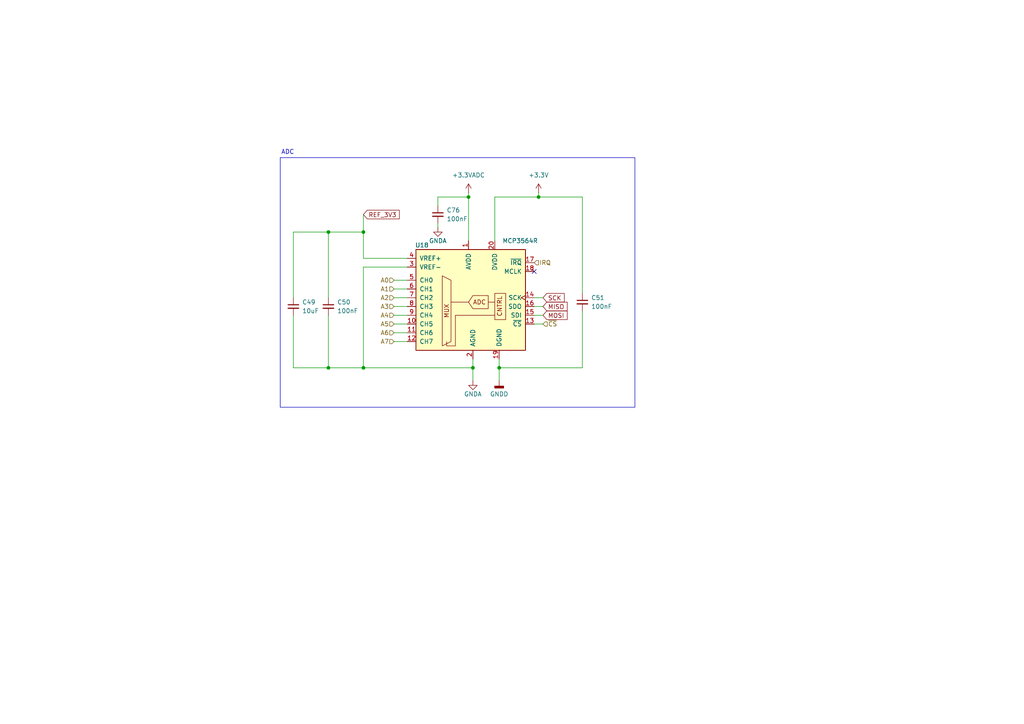
<source format=kicad_sch>
(kicad_sch (version 20231120) (generator "eeschema") (generator_version "8.0")
  (paper "A4")
  (title_block (title "FrothFET 8CH") (date "2024-08-21") (rev "D") (company "https://github.com/hoeken/frothfet"))
  (lib_symbols
    (symbol "Device:C_Small" (pin_numbers hide) (pin_names (offset 0.254) hide)
      (property "Reference" "C" (at 0.254 1.778 0))
      (property "Value" "C_Small" (at 0.254 -2.032 0))
      (symbol "C_Small_0_1"
        (polyline (pts (xy -1.524 -0.508) (xy 1.524 -0.508)) (stroke (width 0.3302)))
        (polyline (pts (xy -1.524 0.508) (xy 1.524 0.508)) (stroke (width 0.3048)))
      )
      (symbol "C_Small_1_1"
        (pin passive line (at 0 2.54 270) (length 2.032) (name "~") (number "1"))
        (pin passive line (at 0 -2.54 90) (length 2.032) (name "~") (number "2"))
      )
    )
    (symbol "power:+3.3V" (power) (pin_numbers hide) (pin_names (offset 0) hide)
      (property "Value" "+3.3V" (at 0 3.556 0))
      (symbol "+3.3V_0_1"
        (polyline (pts (xy -0.762 1.27) (xy 0 2.54)))
        (polyline (pts (xy 0 0) (xy 0 2.54)))
        (polyline (pts (xy 0 2.54) (xy 0.762 1.27)))
      )
      (symbol "+3.3V_1_1"
        (pin power_in line (at 0 0 90) (length 0) (name "~") (number "1"))
      )
    )
    (symbol "power:+3.3VADC" (power) (pin_numbers hide) (pin_names (offset 0) hide)
      (property "Value" "+3.3VADC" (at 0 3.556 0))
      (symbol "+3.3VADC_0_0"
        (pin power_in line (at 0 0 90) (length 0) (name "~") (number "1"))
      )
      (symbol "+3.3VADC_0_1"
        (polyline (pts (xy -0.762 1.27) (xy 0 2.54)))
        (polyline (pts (xy 0 0) (xy 0 2.54)))
        (polyline (pts (xy 0 2.54) (xy 0.762 1.27)))
      )
    )
    (symbol "power:GNDA" (power) (pin_numbers hide) (pin_names (offset 0) hide)
      (property "Value" "GNDA" (at 0 -3.81 0))
      (symbol "GNDA_0_1"
        (polyline (pts (xy 0 0) (xy 0 -1.27) (xy 1.27 -1.27) (xy 0 -2.54) (xy -1.27 -1.27) (xy 0 -1.27)))
      )
      (symbol "GNDA_1_1"
        (pin power_in line (at 0 0 270) (length 0) (name "~") (number "1"))
      )
    )
    (symbol "power:GNDD" (power) (pin_numbers hide) (pin_names (offset 0) hide)
      (property "Value" "GNDD" (at 0 -3.175 0))
      (symbol "GNDD_0_1"
        (rectangle (start -1.27 -1.524) (end 1.27 -2.032) (stroke (width 0.254)) (fill (type outline)))
        (polyline (pts (xy 0 0) (xy 0 -1.524)))
      )
      (symbol "GNDD_1_1"
        (pin power_in line (at 0 0 270) (length 0) (name "~") (number "1"))
      )
    )
    (symbol "yarrboard:MCP3564R" (pin_names (offset 1.016))
      (property "Reference" "U" (at -5.08 15.875 0))
      (property "Value" "MCP3564R" (at -9.144 17.78 0))
      (symbol "MCP3564R_0_0"
        (text "ADC" (at -0.635 1.27 0) (effects (font (size 1.27 1.27))))
        (text "CNTRL" (at 5.969 -2.921 900) (effects (font (size 1.27 1.27)) (justify left bottom)))
        (text "MUX" (at -10.16 -1.27 900) (effects (font (size 1.27 1.27))))
      )
      (symbol "MCP3564R_0_1"
        (rectangle (start -19.05 16.51) (end 12.7 -12.7) (stroke (width 0.254)) (fill (type background)))
        (polyline (pts (xy -3.81 1.27) (xy -8.89 1.27)))
        (polyline (pts (xy 1.905 1.27) (xy 3.81 1.27)))
        (polyline (pts (xy -11.43 8.89) (xy -11.43 -11.43) (xy -8.89 -10.16) (xy -8.89 7.62) (xy -11.43 8.89)))
        (polyline (pts (xy 3.81 -2.54) (xy -7.62 -2.54) (xy -7.62 -11.43) (xy -10.16 -11.43) (xy -10.16 -10.16)))
        (polyline (pts (xy 1.905 3.175) (xy 1.905 -0.635) (xy -2.54 -0.635) (xy -3.81 1.27) (xy -2.54 3.175) (xy 1.905 3.175)))
        (rectangle (start 3.81 -3.81) (end 6.985 3.81))
      )
      (symbol "MCP3564R_1_1"
        (pin power_in line (at -3.81 19.05 270) (length 2.54) (name "AVDD") (number "1"))
        (pin input line (at -21.59 -5.08 0) (length 2.54) (name "CH5") (number "10"))
        (pin input line (at -21.59 -7.62 0) (length 2.54) (name "CH6") (number "11"))
        (pin input line (at -21.59 -10.16 0) (length 2.54) (name "CH7") (number "12"))
        (pin input line (at 15.24 -5.08 180) (length 2.54) (name "~{CS}") (number "13"))
        (pin input clock (at 15.24 2.54 180) (length 2.54) (name "SCK") (number "14"))
        (pin input line (at 15.24 -2.54 180) (length 2.54) (name "SDI") (number "15"))
        (pin output line (at 15.24 0 180) (length 2.54) (name "SDO") (number "16"))
        (pin power_in line (at 15.24 12.7 180) (length 2.54) (name "~{IRQ}") (number "17"))
        (pin power_in line (at 15.24 10.16 180) (length 2.54) (name "MCLK") (number "18"))
        (pin power_in line (at 5.08 -15.24 90) (length 2.54) (name "DGND") (number "19"))
        (pin power_in line (at -2.54 -15.24 90) (length 2.54) (name "AGND") (number "2"))
        (pin power_in line (at 3.81 19.05 270) (length 2.54) (name "DVDD") (number "20"))
        (pin power_in line (at -21.59 11.43 0) (length 2.54) (name "VREF-") (number "3"))
        (pin power_in line (at -21.59 13.97 0) (length 2.54) (name "VREF+") (number "4"))
        (pin input line (at -21.59 7.62 0) (length 2.54) (name "CH0") (number "5"))
        (pin input line (at -21.59 5.08 0) (length 2.54) (name "CH1") (number "6"))
        (pin input line (at -21.59 2.54 0) (length 2.54) (name "CH2") (number "7"))
        (pin input line (at -21.59 0 0) (length 2.54) (name "CH3") (number "8"))
        (pin input line (at -21.59 -2.54 0) (length 2.54) (name "CH4") (number "9"))
      )
    )
  )
  (junction (at 105.41 106.68))
  (junction (at 156.21 57.15))
  (junction (at 144.78 106.68))
  (junction (at 137.16 106.68))
  (junction (at 95.25 106.68))
  (junction (at 105.41 67.31))
  (junction (at 95.25 67.31))
  (junction (at 135.89 57.15))
  (no_connect (at 154.94 78.74))
  (wire (pts (xy 156.21 57.15) (xy 168.91 57.15)))
  (wire (pts (xy 105.41 106.68) (xy 95.25 106.68)))
  (wire (pts (xy 157.48 86.36) (xy 154.94 86.36)))
  (wire (pts (xy 105.41 77.47) (xy 105.41 106.68)))
  (wire (pts (xy 105.41 67.31) (xy 105.41 74.93)))
  (wire (pts (xy 118.11 77.47) (xy 105.41 77.47)))
  (wire (pts (xy 95.25 67.31) (xy 95.25 86.36)))
  (wire (pts (xy 127 57.15) (xy 135.89 57.15)))
  (wire (pts (xy 118.11 91.44) (xy 114.3 91.44)))
  (wire (pts (xy 95.25 67.31) (xy 85.09 67.31)))
  (wire (pts (xy 85.09 106.68) (xy 95.25 106.68)))
  (wire (pts (xy 85.09 91.44) (xy 85.09 106.68)))
  (wire (pts (xy 105.41 62.23) (xy 105.41 67.31)))
  (wire (pts (xy 144.78 106.68) (xy 168.91 106.68)))
  (wire (pts (xy 135.89 55.88) (xy 135.89 57.15)))
  (wire (pts (xy 135.89 57.15) (xy 135.89 69.85)))
  (wire (pts (xy 157.48 88.9) (xy 154.94 88.9)))
  (wire (pts (xy 157.48 91.44) (xy 154.94 91.44)))
  (wire (pts (xy 105.41 67.31) (xy 95.25 67.31)))
  (wire (pts (xy 137.16 106.68) (xy 137.16 110.49)))
  (wire (pts (xy 85.09 67.31) (xy 85.09 86.36)))
  (wire (pts (xy 105.41 74.93) (xy 118.11 74.93)))
  (wire (pts (xy 118.11 88.9) (xy 114.3 88.9)))
  (wire (pts (xy 143.51 57.15) (xy 156.21 57.15)))
  (wire (pts (xy 127 57.15) (xy 127 59.69)))
  (wire (pts (xy 95.25 91.44) (xy 95.25 106.68)))
  (wire (pts (xy 118.11 93.98) (xy 114.3 93.98)))
  (wire (pts (xy 118.11 96.52) (xy 114.3 96.52)))
  (wire (pts (xy 118.11 83.82) (xy 114.3 83.82)))
  (wire (pts (xy 105.41 106.68) (xy 137.16 106.68)))
  (wire (pts (xy 127 64.77) (xy 127 66.04)))
  (wire (pts (xy 156.21 55.88) (xy 156.21 57.15)))
  (wire (pts (xy 144.78 106.68) (xy 144.78 110.49)))
  (wire (pts (xy 137.16 104.14) (xy 137.16 106.68)))
  (wire (pts (xy 118.11 81.28) (xy 114.3 81.28)))
  (wire (pts (xy 144.78 104.14) (xy 144.78 106.68)))
  (wire (pts (xy 168.91 106.68) (xy 168.91 90.17)))
  (wire (pts (xy 157.48 93.98) (xy 154.94 93.98)))
  (wire (pts (xy 118.11 86.36) (xy 114.3 86.36)))
  (wire (pts (xy 118.11 99.06) (xy 114.3 99.06)))
  (wire (pts (xy 168.91 57.15) (xy 168.91 85.09)))
  (wire (pts (xy 143.51 57.15) (xy 143.51 69.85)))
  (rectangle (start 81.28 45.72) (end 184.15 118.11))
  (text "ADC\n" (at 81.534 44.958 0) (effects (font (size 1.27 1.27)) (justify left bottom)))
  (global_label "REF_3V3" (shape input) (at 105.41 62.23 0) (property "Intersheetrefs" "${INTERSHEET_REFS}" (effects (hide yes))))
  (global_label "SCK" (shape input) (at 157.48 86.36 0) (property "Intersheetrefs" "${INTERSHEET_REFS}" (effects (hide yes))))
  (global_label "MISO" (shape input) (at 157.48 88.9 0) (property "Intersheetrefs" "${INTERSHEET_REFS}" (effects (hide yes))))
  (global_label "MOSI" (shape input) (at 157.48 91.44 0) (property "Intersheetrefs" "${INTERSHEET_REFS}" (effects (hide yes))))
  (hierarchical_label "A6" (shape input) (at 114.3 96.52 180))
  (hierarchical_label "IRQ" (shape input) (at 154.94 76.2 0))
  (hierarchical_label "A5" (shape input) (at 114.3 93.98 180))
  (hierarchical_label "A2" (shape input) (at 114.3 86.36 180))
  (hierarchical_label "~{CS}" (shape input) (at 157.48 93.98 0))
  (hierarchical_label "A3" (shape input) (at 114.3 88.9 180))
  (hierarchical_label "A7" (shape input) (at 114.3 99.06 180))
  (hierarchical_label "A0" (shape input) (at 114.3 81.28 180))
  (hierarchical_label "A4" (shape input) (at 114.3 91.44 180))
  (hierarchical_label "A1" (shape input) (at 114.3 83.82 180))
  (symbol (lib_id "Device:C_Small") (at 95.25 88.9 0) (unit 1)
    (property "Reference" "C50" (at 97.79 87.6363 0) (effects (justify left)))
    (property "Value" "100nF" (at 97.79 90.1763 0) (effects (justify left)))
    (property "Footprint" "Capacitor_SMD:C_0805_2012Metric_Pad1.18x1.45mm_HandSolder" (effects (hide yes)))
    (property "LCSC" "C49678" (effects (hide yes)))
  )
  (symbol (lib_id "power:+3.3V") (at 156.21 55.88 0) (unit 1)
    (property "Reference" "#PWR064" (effects (hide yes)))
    (property "Value" "+3.3V" (at 156.21 50.8 0))
    (property "Description" "Power symbol creates a global label with name \"+3.3V\"" (effects (hide yes)))
  )
  (symbol (lib_id "power:GNDA") (at 137.16 110.49 0) (unit 1)
    (property "Reference" "#PWR062" (effects (hide yes)))
    (property "Value" "GNDA" (at 137.16 114.3 0))
    (property "Description" "Power symbol creates a global label with name \"GNDA\" , analog ground" (effects (hide yes)))
  )
  (symbol (lib_id "power:GNDD") (at 144.78 110.49 0) (unit 1)
    (property "Reference" "#PWR063" (effects (hide yes)))
    (property "Value" "GNDD" (at 144.78 114.3 0))
    (property "Description" "Power symbol creates a global label with name \"GNDD\" , digital ground" (effects (hide yes)))
  )
  (symbol (lib_id "Device:C_Small") (at 85.09 88.9 0) (unit 1)
    (property "Reference" "C49" (at 87.63 87.6363 0) (effects (justify left)))
    (property "Value" "10uF" (at 87.63 90.1763 0) (effects (justify left)))
    (property "Footprint" "Capacitor_SMD:C_0805_2012Metric_Pad1.18x1.45mm_HandSolder" (effects (hide yes)))
    (property "LCSC" "C1952580" (effects (hide yes)))
  )
  (symbol (lib_id "Device:C_Small") (at 168.91 87.63 0) (unit 1)
    (property "Reference" "C51" (at 171.45 86.3663 0) (effects (justify left)))
    (property "Value" "100nF" (at 171.45 88.9063 0) (effects (justify left)))
    (property "Footprint" "Capacitor_SMD:C_0805_2012Metric_Pad1.18x1.45mm_HandSolder" (effects (hide yes)))
    (property "LCSC" "C49678" (effects (hide yes)))
  )
  (symbol (lib_id "power:+3.3VADC") (at 135.89 55.88 0) (unit 1)
    (property "Reference" "#PWR083" (effects (hide yes)))
    (property "Value" "+3.3VADC" (at 135.89 50.8 0))
    (property "Description" "Power symbol creates a global label with name \"+3.3VADC\"" (effects (hide yes)))
  )
  (symbol (lib_id "Device:C_Small") (at 127 62.23 0) (unit 1)
    (property "Reference" "C76" (at 129.54 60.9663 0) (effects (justify left)))
    (property "Value" "100nF" (at 129.54 63.5063 0) (effects (justify left)))
    (property "Footprint" "Capacitor_SMD:C_0805_2012Metric_Pad1.18x1.45mm_HandSolder" (effects (hide yes)))
    (property "LCSC" "C49678" (effects (hide yes)))
  )
  (symbol (lib_id "power:GNDA") (at 127 66.04 0) (unit 1)
    (property "Reference" "#PWR084" (effects (hide yes)))
    (property "Value" "GNDA" (at 127 69.85 0))
    (property "Description" "Power symbol creates a global label with name \"GNDA\" , analog ground" (effects (hide yes)))
  )
  (symbol (lib_id "yarrboard:MCP3564R") (at 139.7 88.9 0) (unit 1)
    (property "Reference" "U18" (at 120.396 71.12 0) (effects (justify left)))
    (property "Value" "MCP3564R" (at 145.7041 69.85 0) (effects (justify left)))
    (property "Footprint" "Package_SO:TSSOP-20_4.4x6.5mm_P0.65mm" (effects (hide yes)))
    (property "Datasheet" "https://ww1.microchip.com/downloads/aemDocuments/documents/APID/ProductDocuments/DataSheets/MCP3561_2_4R-Data-Sheet-DS200006391C.pdf" (effects (hide yes)))
    (property "Description" "Two/Four/Eight-Channel, 153.6 ksps, Low Noise24-Bit Delta-Sigma ADCs with Internal Voltage Reference" (effects (hide yes)))
    (property "Mouser" "579-MCP3564R-E/ST " (effects (hide yes)))
  )
)
</source>
